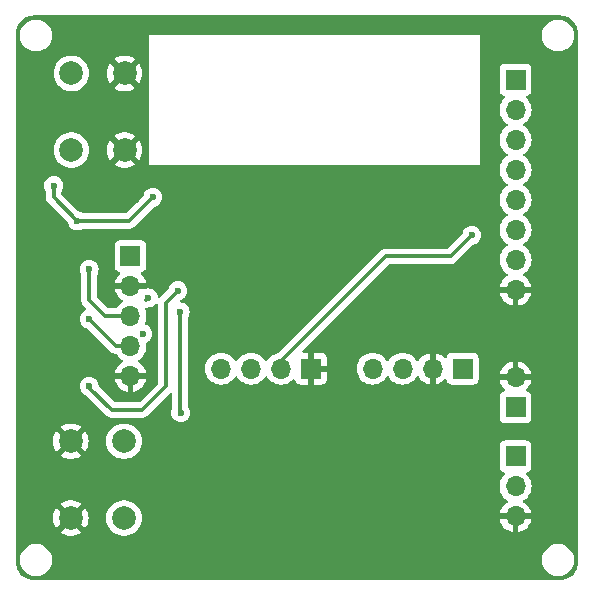
<source format=gbr>
%TF.GenerationSoftware,KiCad,Pcbnew,8.0.8*%
%TF.CreationDate,2025-04-21T18:24:13-04:00*%
%TF.ProjectId,ramen-v2,72616d65-6e2d-4763-922e-6b696361645f,rev?*%
%TF.SameCoordinates,Original*%
%TF.FileFunction,Copper,L2,Bot*%
%TF.FilePolarity,Positive*%
%FSLAX46Y46*%
G04 Gerber Fmt 4.6, Leading zero omitted, Abs format (unit mm)*
G04 Created by KiCad (PCBNEW 8.0.8) date 2025-04-21 18:24:13*
%MOMM*%
%LPD*%
G01*
G04 APERTURE LIST*
%TA.AperFunction,ComponentPad*%
%ADD10C,2.000000*%
%TD*%
%TA.AperFunction,ComponentPad*%
%ADD11R,1.700000X1.700000*%
%TD*%
%TA.AperFunction,ComponentPad*%
%ADD12O,1.700000X1.700000*%
%TD*%
%TA.AperFunction,HeatsinkPad*%
%ADD13C,0.600000*%
%TD*%
%TA.AperFunction,ViaPad*%
%ADD14C,0.600000*%
%TD*%
%TA.AperFunction,Conductor*%
%ADD15C,0.300000*%
%TD*%
G04 APERTURE END LIST*
D10*
%TO.P,SW1,1,1*%
%TO.N,GND*%
X128000000Y-69500000D03*
X128000000Y-76000000D03*
%TO.P,SW1,2,2*%
%TO.N,Net-(U1-EN)*%
X123500000Y-69500000D03*
X123500000Y-76000000D03*
%TD*%
D11*
%TO.P,J2,1,GND*%
%TO.N,GND*%
X143800000Y-94500000D03*
D12*
%TO.P,J2,2,3V*%
%TO.N,3V3Buck*%
X141260000Y-94500000D03*
%TO.P,J2,3,Vin*%
%TO.N,Net-(J2-Vin)*%
X138720000Y-94500000D03*
%TO.P,J2,4,En*%
%TO.N,unconnected-(J2-En-Pad4)*%
X136180000Y-94500000D03*
%TD*%
D11*
%TO.P,J4,1,load+*%
%TO.N,Net-(J4-load+)*%
X161100000Y-97775000D03*
D12*
%TO.P,J4,2,load-*%
%TO.N,GND*%
X161100000Y-95235000D03*
%TD*%
D11*
%TO.P,J3,1,Vin*%
%TO.N,Net-(J2-Vin)*%
X156620000Y-94500000D03*
D12*
%TO.P,J3,2,GND*%
%TO.N,GND*%
X154080000Y-94500000D03*
%TO.P,J3,3,5V*%
%TO.N,/5VBoost*%
X151540000Y-94500000D03*
%TO.P,J3,4,EN*%
%TO.N,unconnected-(J3-EN-Pad4)*%
X149000000Y-94500000D03*
%TD*%
D11*
%TO.P,J7,1,VDD*%
%TO.N,/5VBoost*%
X128500000Y-84960000D03*
D12*
%TO.P,J7,2,GND*%
%TO.N,GND*%
X128500000Y-87500000D03*
%TO.P,J7,3,SDA*%
%TO.N,/SDA*%
X128500000Y-90040000D03*
%TO.P,J7,4,SCL*%
%TO.N,/SCL*%
X128500000Y-92580000D03*
%TO.P,J7,5,SEL*%
%TO.N,GND*%
X128500000Y-95120000D03*
%TD*%
D11*
%TO.P,J6,1,Vin*%
%TO.N,Net-(J4-load+)*%
X161100000Y-101935000D03*
D12*
%TO.P,J6,2,Vout*%
%TO.N,Net-(J2-Vin)*%
X161100000Y-104475000D03*
%TO.P,J6,3,GND*%
%TO.N,GND*%
X161100000Y-107015000D03*
%TD*%
D11*
%TO.P,J5,1,CC2*%
%TO.N,unconnected-(J5-CC2-Pad1)*%
X161100000Y-70040000D03*
D12*
%TO.P,J5,2,SBU1*%
%TO.N,unconnected-(J5-SBU1-Pad2)*%
X161100000Y-72580000D03*
%TO.P,J5,3,D+*%
%TO.N,/D+*%
X161100000Y-75120000D03*
%TO.P,J5,4,D-*%
%TO.N,/D-*%
X161100000Y-77660000D03*
%TO.P,J5,5,CC1*%
%TO.N,unconnected-(J5-CC1-Pad5)*%
X161100000Y-80200000D03*
%TO.P,J5,6,SBU2*%
%TO.N,unconnected-(J5-SBU2-Pad6)*%
X161100000Y-82740000D03*
%TO.P,J5,7,VBUS*%
%TO.N,unconnected-(J5-VBUS-Pad7)*%
X161100000Y-85280000D03*
%TO.P,J5,8,GND*%
%TO.N,GND*%
X161100000Y-87820000D03*
%TD*%
D13*
%TO.P,U1,19,GND*%
%TO.N,GND*%
X143970000Y-84030000D03*
X143970000Y-85130000D03*
X144520000Y-83480000D03*
X144520000Y-84580000D03*
X144520000Y-85680000D03*
X145070000Y-84030000D03*
X145070000Y-85130000D03*
X145620000Y-83480000D03*
X145620000Y-84580000D03*
X145620000Y-85680000D03*
X146170000Y-84030000D03*
X146170000Y-85130000D03*
%TD*%
D10*
%TO.P,SW2,1,1*%
%TO.N,GND*%
X123450000Y-107150000D03*
X123450000Y-100650000D03*
%TO.P,SW2,2,2*%
%TO.N,Net-(U1-IO9)*%
X127950000Y-107150000D03*
X127950000Y-100650000D03*
%TD*%
D14*
%TO.N,3V3Buck*%
X157400000Y-83200000D03*
%TO.N,GND*%
X119900000Y-94000000D03*
X125100000Y-108200000D03*
X161100000Y-108700000D03*
X155100000Y-65300000D03*
X156500000Y-78600000D03*
X126500000Y-80300000D03*
X126900000Y-95100000D03*
X158300000Y-99900000D03*
X129300000Y-74700000D03*
X122100000Y-99400000D03*
X130100000Y-94300000D03*
X119900000Y-99300000D03*
X129500000Y-77100000D03*
X165700000Y-80200000D03*
X126500000Y-83200000D03*
X165500000Y-72800000D03*
X165700000Y-86700000D03*
X133800000Y-90400000D03*
X161100000Y-89500000D03*
X141000000Y-88700000D03*
X126500000Y-77100000D03*
X159500000Y-107000000D03*
X150200000Y-103800000D03*
X129200000Y-70700000D03*
X159400000Y-67100000D03*
X132000000Y-81400000D03*
X143800000Y-96100000D03*
X126800000Y-68300000D03*
X165700000Y-99100000D03*
X138400000Y-81600000D03*
X137900000Y-89800000D03*
X145400000Y-94500000D03*
X130300000Y-86600000D03*
X145300000Y-99800000D03*
X119800000Y-87400000D03*
X154100000Y-92900000D03*
X140000000Y-106600000D03*
X129000000Y-80200000D03*
X147800000Y-65300000D03*
X161800000Y-65200000D03*
X159500000Y-95200000D03*
X132000000Y-84600000D03*
X161100000Y-93700000D03*
X159500000Y-87800000D03*
X148100000Y-84900000D03*
X149600000Y-78600000D03*
X133400000Y-103300000D03*
X155100000Y-109400000D03*
X126200000Y-110600000D03*
X126800000Y-74700000D03*
X142900000Y-86600000D03*
X136200000Y-98200000D03*
X120000000Y-105800000D03*
X124200000Y-65500000D03*
X162600000Y-95200000D03*
X129000000Y-83200000D03*
X137700000Y-86600000D03*
X140200000Y-84300000D03*
X158000000Y-85900000D03*
X162700000Y-87800000D03*
X119900000Y-80600000D03*
X122100000Y-105800000D03*
X122200000Y-101900000D03*
X126900000Y-87500000D03*
X165700000Y-92400000D03*
X145500000Y-109500000D03*
X133500000Y-109400000D03*
X137900000Y-78700000D03*
X129200000Y-68300000D03*
X140200000Y-65300000D03*
X149900000Y-89300000D03*
X143000000Y-80300000D03*
X121900000Y-108200000D03*
X124700000Y-101900000D03*
X124700000Y-99400000D03*
X154100000Y-96100000D03*
X120000000Y-72500000D03*
X162700000Y-107000000D03*
X132400000Y-65400000D03*
X146400000Y-78800000D03*
X165700000Y-104900000D03*
X126800000Y-70700000D03*
X124700000Y-105800000D03*
X145400000Y-93100000D03*
X148000000Y-82100000D03*
%TO.N,Net-(U1-EN)*%
X124000000Y-82000000D03*
X122000000Y-79000000D03*
X130400000Y-80000000D03*
%TO.N,/SCL*%
X129540000Y-91540000D03*
X125000000Y-90300000D03*
%TO.N,/SDA*%
X125000000Y-86100000D03*
X130020000Y-88520000D03*
%TO.N,Net-(U1-IO8)*%
X125000000Y-96000000D03*
X132509620Y-87909620D03*
%TO.N,Net-(U1-IO9)*%
X132700000Y-89700000D03*
X132750000Y-98250000D03*
%TD*%
D15*
%TO.N,3V3Buck*%
X150100000Y-85000000D02*
X141260000Y-93840000D01*
X157400000Y-83200000D02*
X155600000Y-85000000D01*
X155600000Y-85000000D02*
X150100000Y-85000000D01*
X141260000Y-93840000D02*
X141260000Y-94500000D01*
%TO.N,Net-(U1-EN)*%
X122000000Y-79000000D02*
X122000000Y-80000000D01*
X128400000Y-82000000D02*
X130400000Y-80000000D01*
X124000000Y-82000000D02*
X128400000Y-82000000D01*
X122000000Y-80000000D02*
X124000000Y-82000000D01*
%TO.N,/SCL*%
X129500000Y-91500000D02*
X129540000Y-91540000D01*
X127280000Y-92580000D02*
X125000000Y-90300000D01*
X128500000Y-92580000D02*
X127280000Y-92580000D01*
%TO.N,/SDA*%
X129840000Y-88700000D02*
X130020000Y-88520000D01*
X125000000Y-86100000D02*
X125000000Y-88700000D01*
X125000000Y-88700000D02*
X126340000Y-90040000D01*
X126340000Y-90040000D02*
X128500000Y-90040000D01*
%TO.N,Net-(U1-IO8)*%
X131500000Y-88919240D02*
X131500000Y-96000000D01*
X129500000Y-98000000D02*
X126900000Y-98000000D01*
X125000000Y-96100000D02*
X125000000Y-96000000D01*
X132509620Y-87909620D02*
X131500000Y-88919240D01*
X126900000Y-98000000D02*
X125000000Y-96100000D01*
X131500000Y-96000000D02*
X129500000Y-98000000D01*
%TO.N,Net-(U1-IO9)*%
X132700000Y-98200000D02*
X132750000Y-98250000D01*
X132700000Y-89700000D02*
X132700000Y-98200000D01*
%TD*%
%TA.AperFunction,Conductor*%
%TO.N,GND*%
G36*
X164904418Y-64600816D02*
G01*
X165104561Y-64615130D01*
X165122063Y-64617647D01*
X165313797Y-64659355D01*
X165330755Y-64664334D01*
X165514609Y-64732909D01*
X165530701Y-64740259D01*
X165702904Y-64834288D01*
X165717784Y-64843849D01*
X165874867Y-64961441D01*
X165888237Y-64973027D01*
X166026972Y-65111762D01*
X166038558Y-65125132D01*
X166156146Y-65282210D01*
X166165711Y-65297095D01*
X166259740Y-65469298D01*
X166267090Y-65485390D01*
X166335662Y-65669236D01*
X166340646Y-65686212D01*
X166382351Y-65877931D01*
X166384869Y-65895442D01*
X166399184Y-66095580D01*
X166399500Y-66104427D01*
X166399500Y-110895572D01*
X166399184Y-110904419D01*
X166384869Y-111104557D01*
X166382351Y-111122068D01*
X166340646Y-111313787D01*
X166335662Y-111330763D01*
X166267090Y-111514609D01*
X166259740Y-111530701D01*
X166165711Y-111702904D01*
X166156146Y-111717789D01*
X166038558Y-111874867D01*
X166026972Y-111888237D01*
X165888237Y-112026972D01*
X165874867Y-112038558D01*
X165717789Y-112156146D01*
X165702904Y-112165711D01*
X165530701Y-112259740D01*
X165514609Y-112267090D01*
X165330763Y-112335662D01*
X165313787Y-112340646D01*
X165122068Y-112382351D01*
X165104557Y-112384869D01*
X164923779Y-112397799D01*
X164904417Y-112399184D01*
X164895572Y-112399500D01*
X120304428Y-112399500D01*
X120295582Y-112399184D01*
X120273622Y-112397613D01*
X120095442Y-112384869D01*
X120077931Y-112382351D01*
X119886212Y-112340646D01*
X119869236Y-112335662D01*
X119685390Y-112267090D01*
X119669298Y-112259740D01*
X119497095Y-112165711D01*
X119482210Y-112156146D01*
X119325132Y-112038558D01*
X119311762Y-112026972D01*
X119173027Y-111888237D01*
X119161441Y-111874867D01*
X119053072Y-111730104D01*
X119043849Y-111717784D01*
X119034288Y-111702904D01*
X118940259Y-111530701D01*
X118932909Y-111514609D01*
X118864334Y-111330755D01*
X118859355Y-111313797D01*
X118817647Y-111122063D01*
X118815130Y-111104556D01*
X118800816Y-110904418D01*
X118800500Y-110895572D01*
X118800500Y-110593713D01*
X119149500Y-110593713D01*
X119149500Y-110806287D01*
X119159534Y-110869644D01*
X119182753Y-111016239D01*
X119248444Y-111218414D01*
X119344951Y-111407820D01*
X119469890Y-111579786D01*
X119620213Y-111730109D01*
X119792179Y-111855048D01*
X119792181Y-111855049D01*
X119792184Y-111855051D01*
X119981588Y-111951557D01*
X120183757Y-112017246D01*
X120393713Y-112050500D01*
X120393714Y-112050500D01*
X120606286Y-112050500D01*
X120606287Y-112050500D01*
X120816243Y-112017246D01*
X121018412Y-111951557D01*
X121207816Y-111855051D01*
X121229789Y-111839086D01*
X121379786Y-111730109D01*
X121379788Y-111730106D01*
X121379792Y-111730104D01*
X121530104Y-111579792D01*
X121530106Y-111579788D01*
X121530109Y-111579786D01*
X121655048Y-111407820D01*
X121655047Y-111407820D01*
X121655051Y-111407816D01*
X121751557Y-111218412D01*
X121817246Y-111016243D01*
X121850500Y-110806287D01*
X121850500Y-110593713D01*
X163349500Y-110593713D01*
X163349500Y-110806287D01*
X163359534Y-110869644D01*
X163382753Y-111016239D01*
X163448444Y-111218414D01*
X163544951Y-111407820D01*
X163669890Y-111579786D01*
X163820213Y-111730109D01*
X163992179Y-111855048D01*
X163992181Y-111855049D01*
X163992184Y-111855051D01*
X164181588Y-111951557D01*
X164383757Y-112017246D01*
X164593713Y-112050500D01*
X164593714Y-112050500D01*
X164806286Y-112050500D01*
X164806287Y-112050500D01*
X165016243Y-112017246D01*
X165218412Y-111951557D01*
X165407816Y-111855051D01*
X165429789Y-111839086D01*
X165579786Y-111730109D01*
X165579788Y-111730106D01*
X165579792Y-111730104D01*
X165730104Y-111579792D01*
X165730106Y-111579788D01*
X165730109Y-111579786D01*
X165855048Y-111407820D01*
X165855047Y-111407820D01*
X165855051Y-111407816D01*
X165951557Y-111218412D01*
X166017246Y-111016243D01*
X166050500Y-110806287D01*
X166050500Y-110593713D01*
X166017246Y-110383757D01*
X165951557Y-110181588D01*
X165855051Y-109992184D01*
X165855049Y-109992181D01*
X165855048Y-109992179D01*
X165730109Y-109820213D01*
X165579786Y-109669890D01*
X165407820Y-109544951D01*
X165218414Y-109448444D01*
X165218413Y-109448443D01*
X165218412Y-109448443D01*
X165016243Y-109382754D01*
X165016241Y-109382753D01*
X165016240Y-109382753D01*
X164854957Y-109357208D01*
X164806287Y-109349500D01*
X164593713Y-109349500D01*
X164545042Y-109357208D01*
X164383760Y-109382753D01*
X164181585Y-109448444D01*
X163992179Y-109544951D01*
X163820213Y-109669890D01*
X163669890Y-109820213D01*
X163544951Y-109992179D01*
X163448444Y-110181585D01*
X163382753Y-110383760D01*
X163349500Y-110593713D01*
X121850500Y-110593713D01*
X121817246Y-110383757D01*
X121751557Y-110181588D01*
X121655051Y-109992184D01*
X121655049Y-109992181D01*
X121655048Y-109992179D01*
X121530109Y-109820213D01*
X121379786Y-109669890D01*
X121207820Y-109544951D01*
X121018414Y-109448444D01*
X121018413Y-109448443D01*
X121018412Y-109448443D01*
X120816243Y-109382754D01*
X120816241Y-109382753D01*
X120816240Y-109382753D01*
X120654957Y-109357208D01*
X120606287Y-109349500D01*
X120393713Y-109349500D01*
X120345042Y-109357208D01*
X120183760Y-109382753D01*
X119981585Y-109448444D01*
X119792179Y-109544951D01*
X119620213Y-109669890D01*
X119469890Y-109820213D01*
X119344951Y-109992179D01*
X119248444Y-110181585D01*
X119182753Y-110383760D01*
X119149500Y-110593713D01*
X118800500Y-110593713D01*
X118800500Y-107149994D01*
X121944859Y-107149994D01*
X121944859Y-107150005D01*
X121965385Y-107397729D01*
X121965387Y-107397738D01*
X122026412Y-107638717D01*
X122126267Y-107866367D01*
X122226562Y-108019881D01*
X122926212Y-107320233D01*
X122937482Y-107362292D01*
X123009890Y-107487708D01*
X123112292Y-107590110D01*
X123237708Y-107662518D01*
X123279766Y-107673787D01*
X122579943Y-108373609D01*
X122626768Y-108410055D01*
X122626771Y-108410057D01*
X122845385Y-108528364D01*
X122845396Y-108528369D01*
X123080506Y-108609083D01*
X123325707Y-108650000D01*
X123574293Y-108650000D01*
X123819493Y-108609083D01*
X124054603Y-108528369D01*
X124054614Y-108528364D01*
X124273230Y-108410056D01*
X124273236Y-108410051D01*
X124320055Y-108373610D01*
X124320056Y-108373609D01*
X123620233Y-107673787D01*
X123662292Y-107662518D01*
X123787708Y-107590110D01*
X123890110Y-107487708D01*
X123962518Y-107362292D01*
X123973787Y-107320234D01*
X124673435Y-108019882D01*
X124773733Y-107866364D01*
X124873587Y-107638717D01*
X124934612Y-107397738D01*
X124934614Y-107397729D01*
X124955141Y-107150005D01*
X124955141Y-107149994D01*
X126444357Y-107149994D01*
X126444357Y-107150005D01*
X126464890Y-107397812D01*
X126464892Y-107397824D01*
X126525936Y-107638881D01*
X126625826Y-107866606D01*
X126761833Y-108074782D01*
X126761836Y-108074785D01*
X126930256Y-108257738D01*
X127126491Y-108410474D01*
X127126493Y-108410475D01*
X127344332Y-108528364D01*
X127345190Y-108528828D01*
X127564141Y-108603994D01*
X127578964Y-108609083D01*
X127580386Y-108609571D01*
X127825665Y-108650500D01*
X128074335Y-108650500D01*
X128319614Y-108609571D01*
X128554810Y-108528828D01*
X128773509Y-108410474D01*
X128969744Y-108257738D01*
X129138164Y-108074785D01*
X129274173Y-107866607D01*
X129374063Y-107638881D01*
X129435108Y-107397821D01*
X129455643Y-107150000D01*
X129449911Y-107080826D01*
X129435109Y-106902187D01*
X129435107Y-106902175D01*
X129374063Y-106661118D01*
X129274173Y-106433393D01*
X129138166Y-106225217D01*
X129063332Y-106143926D01*
X128969744Y-106042262D01*
X128773509Y-105889526D01*
X128773507Y-105889525D01*
X128773506Y-105889524D01*
X128554811Y-105771172D01*
X128554802Y-105771169D01*
X128319616Y-105690429D01*
X128074335Y-105649500D01*
X127825665Y-105649500D01*
X127580383Y-105690429D01*
X127345197Y-105771169D01*
X127345188Y-105771172D01*
X127126493Y-105889524D01*
X126930257Y-106042261D01*
X126761833Y-106225217D01*
X126625826Y-106433393D01*
X126525936Y-106661118D01*
X126464892Y-106902175D01*
X126464890Y-106902187D01*
X126444357Y-107149994D01*
X124955141Y-107149994D01*
X124934614Y-106902270D01*
X124934612Y-106902261D01*
X124873587Y-106661282D01*
X124773732Y-106433632D01*
X124673435Y-106280116D01*
X123973787Y-106979765D01*
X123962518Y-106937708D01*
X123890110Y-106812292D01*
X123787708Y-106709890D01*
X123662292Y-106637482D01*
X123620233Y-106626212D01*
X124320055Y-105926389D01*
X124320055Y-105926388D01*
X124273236Y-105889947D01*
X124273231Y-105889944D01*
X124054614Y-105771635D01*
X124054603Y-105771630D01*
X123819493Y-105690916D01*
X123574293Y-105650000D01*
X123325707Y-105650000D01*
X123080506Y-105690916D01*
X122845396Y-105771630D01*
X122845385Y-105771635D01*
X122626770Y-105889943D01*
X122579943Y-105926389D01*
X123279766Y-106626212D01*
X123237708Y-106637482D01*
X123112292Y-106709890D01*
X123009890Y-106812292D01*
X122937482Y-106937708D01*
X122926212Y-106979766D01*
X122226563Y-106280117D01*
X122126267Y-106433633D01*
X122126265Y-106433637D01*
X122026412Y-106661282D01*
X121965387Y-106902261D01*
X121965385Y-106902270D01*
X121944859Y-107149994D01*
X118800500Y-107149994D01*
X118800500Y-104474999D01*
X159744341Y-104474999D01*
X159744341Y-104475000D01*
X159764936Y-104710403D01*
X159764938Y-104710413D01*
X159826094Y-104938655D01*
X159826096Y-104938659D01*
X159826097Y-104938663D01*
X159925965Y-105152830D01*
X159925967Y-105152834D01*
X160061501Y-105346395D01*
X160061506Y-105346402D01*
X160228597Y-105513493D01*
X160228603Y-105513498D01*
X160414594Y-105643730D01*
X160458219Y-105698307D01*
X160465413Y-105767805D01*
X160433890Y-105830160D01*
X160414595Y-105846880D01*
X160228922Y-105976890D01*
X160228920Y-105976891D01*
X160061891Y-106143920D01*
X160061886Y-106143926D01*
X159926400Y-106337420D01*
X159926399Y-106337422D01*
X159826570Y-106551507D01*
X159826567Y-106551513D01*
X159769364Y-106764999D01*
X159769364Y-106765000D01*
X160666988Y-106765000D01*
X160634075Y-106822007D01*
X160600000Y-106949174D01*
X160600000Y-107080826D01*
X160634075Y-107207993D01*
X160666988Y-107265000D01*
X159769364Y-107265000D01*
X159826567Y-107478486D01*
X159826570Y-107478492D01*
X159926399Y-107692578D01*
X160061894Y-107886082D01*
X160228917Y-108053105D01*
X160422421Y-108188600D01*
X160636507Y-108288429D01*
X160636516Y-108288433D01*
X160850000Y-108345634D01*
X160850000Y-107448012D01*
X160907007Y-107480925D01*
X161034174Y-107515000D01*
X161165826Y-107515000D01*
X161292993Y-107480925D01*
X161350000Y-107448012D01*
X161350000Y-108345633D01*
X161563483Y-108288433D01*
X161563492Y-108288429D01*
X161777578Y-108188600D01*
X161971082Y-108053105D01*
X162138105Y-107886082D01*
X162273600Y-107692578D01*
X162373429Y-107478492D01*
X162373432Y-107478486D01*
X162430636Y-107265000D01*
X161533012Y-107265000D01*
X161565925Y-107207993D01*
X161600000Y-107080826D01*
X161600000Y-106949174D01*
X161565925Y-106822007D01*
X161533012Y-106765000D01*
X162430636Y-106765000D01*
X162430635Y-106764999D01*
X162373432Y-106551513D01*
X162373429Y-106551507D01*
X162273600Y-106337422D01*
X162273599Y-106337420D01*
X162138113Y-106143926D01*
X162138108Y-106143920D01*
X161971078Y-105976890D01*
X161785405Y-105846879D01*
X161741780Y-105792302D01*
X161734588Y-105722804D01*
X161766110Y-105660449D01*
X161785406Y-105643730D01*
X161971401Y-105513495D01*
X162138495Y-105346401D01*
X162274035Y-105152830D01*
X162373903Y-104938663D01*
X162435063Y-104710408D01*
X162455659Y-104475000D01*
X162435063Y-104239592D01*
X162373903Y-104011337D01*
X162274035Y-103797171D01*
X162138495Y-103603599D01*
X162016567Y-103481671D01*
X161983084Y-103420351D01*
X161988068Y-103350659D01*
X162029939Y-103294725D01*
X162060915Y-103277810D01*
X162192331Y-103228796D01*
X162307546Y-103142546D01*
X162393796Y-103027331D01*
X162444091Y-102892483D01*
X162450500Y-102832873D01*
X162450499Y-101037128D01*
X162444091Y-100977517D01*
X162414367Y-100897824D01*
X162393797Y-100842671D01*
X162393793Y-100842664D01*
X162307547Y-100727455D01*
X162307544Y-100727452D01*
X162192335Y-100641206D01*
X162192328Y-100641202D01*
X162057482Y-100590908D01*
X162057483Y-100590908D01*
X161997883Y-100584501D01*
X161997881Y-100584500D01*
X161997873Y-100584500D01*
X161997864Y-100584500D01*
X160202129Y-100584500D01*
X160202123Y-100584501D01*
X160142516Y-100590908D01*
X160007671Y-100641202D01*
X160007664Y-100641206D01*
X159892455Y-100727452D01*
X159892452Y-100727455D01*
X159806206Y-100842664D01*
X159806202Y-100842671D01*
X159755908Y-100977517D01*
X159749501Y-101037116D01*
X159749501Y-101037123D01*
X159749500Y-101037135D01*
X159749500Y-102832870D01*
X159749501Y-102832876D01*
X159755908Y-102892483D01*
X159806202Y-103027328D01*
X159806206Y-103027335D01*
X159892452Y-103142544D01*
X159892455Y-103142547D01*
X160007664Y-103228793D01*
X160007671Y-103228797D01*
X160139081Y-103277810D01*
X160195015Y-103319681D01*
X160219432Y-103385145D01*
X160204580Y-103453418D01*
X160183430Y-103481673D01*
X160061503Y-103603600D01*
X159925965Y-103797169D01*
X159925964Y-103797171D01*
X159826098Y-104011335D01*
X159826094Y-104011344D01*
X159764938Y-104239586D01*
X159764936Y-104239596D01*
X159744341Y-104474999D01*
X118800500Y-104474999D01*
X118800500Y-100649994D01*
X121944859Y-100649994D01*
X121944859Y-100650005D01*
X121965385Y-100897729D01*
X121965387Y-100897738D01*
X122026412Y-101138717D01*
X122126267Y-101366367D01*
X122226562Y-101519881D01*
X122926212Y-100820233D01*
X122937482Y-100862292D01*
X123009890Y-100987708D01*
X123112292Y-101090110D01*
X123237708Y-101162518D01*
X123279766Y-101173787D01*
X122579943Y-101873609D01*
X122626768Y-101910055D01*
X122626771Y-101910057D01*
X122845385Y-102028364D01*
X122845396Y-102028369D01*
X123080506Y-102109083D01*
X123325707Y-102150000D01*
X123574293Y-102150000D01*
X123819493Y-102109083D01*
X124054603Y-102028369D01*
X124054614Y-102028364D01*
X124273230Y-101910056D01*
X124273236Y-101910051D01*
X124320055Y-101873610D01*
X124320056Y-101873609D01*
X123620233Y-101173787D01*
X123662292Y-101162518D01*
X123787708Y-101090110D01*
X123890110Y-100987708D01*
X123962518Y-100862292D01*
X123973787Y-100820234D01*
X124673435Y-101519882D01*
X124773733Y-101366364D01*
X124873587Y-101138717D01*
X124934612Y-100897738D01*
X124934614Y-100897729D01*
X124955141Y-100650005D01*
X124955141Y-100649994D01*
X126444357Y-100649994D01*
X126444357Y-100650005D01*
X126464890Y-100897812D01*
X126464892Y-100897824D01*
X126525936Y-101138881D01*
X126625826Y-101366606D01*
X126761833Y-101574782D01*
X126761836Y-101574785D01*
X126930256Y-101757738D01*
X127126491Y-101910474D01*
X127126493Y-101910475D01*
X127344332Y-102028364D01*
X127345190Y-102028828D01*
X127564141Y-102103994D01*
X127578964Y-102109083D01*
X127580386Y-102109571D01*
X127825665Y-102150500D01*
X128074335Y-102150500D01*
X128319614Y-102109571D01*
X128554810Y-102028828D01*
X128773509Y-101910474D01*
X128969744Y-101757738D01*
X129138164Y-101574785D01*
X129274173Y-101366607D01*
X129374063Y-101138881D01*
X129435108Y-100897821D01*
X129439678Y-100842669D01*
X129455643Y-100650005D01*
X129455643Y-100649994D01*
X129435109Y-100402187D01*
X129435107Y-100402175D01*
X129374063Y-100161118D01*
X129274173Y-99933393D01*
X129138166Y-99725217D01*
X129116557Y-99701744D01*
X128969744Y-99542262D01*
X128773509Y-99389526D01*
X128773507Y-99389525D01*
X128773506Y-99389524D01*
X128554811Y-99271172D01*
X128554802Y-99271169D01*
X128319616Y-99190429D01*
X128074335Y-99149500D01*
X127825665Y-99149500D01*
X127580383Y-99190429D01*
X127345197Y-99271169D01*
X127345188Y-99271172D01*
X127126493Y-99389524D01*
X126930257Y-99542261D01*
X126761833Y-99725217D01*
X126625826Y-99933393D01*
X126525936Y-100161118D01*
X126464892Y-100402175D01*
X126464890Y-100402187D01*
X126444357Y-100649994D01*
X124955141Y-100649994D01*
X124934614Y-100402270D01*
X124934612Y-100402261D01*
X124873587Y-100161282D01*
X124773732Y-99933632D01*
X124673435Y-99780116D01*
X123973787Y-100479765D01*
X123962518Y-100437708D01*
X123890110Y-100312292D01*
X123787708Y-100209890D01*
X123662292Y-100137482D01*
X123620233Y-100126212D01*
X124320055Y-99426389D01*
X124320055Y-99426388D01*
X124273236Y-99389947D01*
X124273231Y-99389944D01*
X124054614Y-99271635D01*
X124054603Y-99271630D01*
X123819493Y-99190916D01*
X123574293Y-99150000D01*
X123325707Y-99150000D01*
X123080506Y-99190916D01*
X122845396Y-99271630D01*
X122845385Y-99271635D01*
X122626770Y-99389943D01*
X122579943Y-99426389D01*
X123279766Y-100126212D01*
X123237708Y-100137482D01*
X123112292Y-100209890D01*
X123009890Y-100312292D01*
X122937482Y-100437708D01*
X122926212Y-100479766D01*
X122226563Y-99780117D01*
X122126267Y-99933633D01*
X122126265Y-99933637D01*
X122026412Y-100161282D01*
X121965387Y-100402261D01*
X121965385Y-100402270D01*
X121944859Y-100649994D01*
X118800500Y-100649994D01*
X118800500Y-86099996D01*
X124194435Y-86099996D01*
X124194435Y-86100003D01*
X124214630Y-86279249D01*
X124214631Y-86279254D01*
X124274211Y-86449524D01*
X124330493Y-86539094D01*
X124349500Y-86605067D01*
X124349500Y-88764069D01*
X124349500Y-88764071D01*
X124349499Y-88764071D01*
X124374497Y-88889738D01*
X124374499Y-88889744D01*
X124423534Y-89008125D01*
X124494726Y-89114673D01*
X124494727Y-89114674D01*
X124735975Y-89355921D01*
X124769460Y-89417244D01*
X124764476Y-89486935D01*
X124722605Y-89542869D01*
X124689250Y-89560643D01*
X124650479Y-89574209D01*
X124497737Y-89670184D01*
X124370184Y-89797737D01*
X124274211Y-89950476D01*
X124214631Y-90120745D01*
X124214630Y-90120750D01*
X124194435Y-90299996D01*
X124194435Y-90300003D01*
X124214630Y-90479249D01*
X124214631Y-90479254D01*
X124274211Y-90649523D01*
X124340256Y-90754632D01*
X124370184Y-90802262D01*
X124497738Y-90929816D01*
X124650478Y-91025789D01*
X124820745Y-91085368D01*
X124827974Y-91086182D01*
X124892388Y-91113246D01*
X124901776Y-91121722D01*
X126865325Y-93085272D01*
X126865332Y-93085278D01*
X126971041Y-93155910D01*
X126971051Y-93155916D01*
X126971871Y-93156464D01*
X126971872Y-93156464D01*
X126971873Y-93156465D01*
X127090256Y-93205501D01*
X127090260Y-93205501D01*
X127090261Y-93205502D01*
X127215928Y-93230500D01*
X127215931Y-93230500D01*
X127242278Y-93230500D01*
X127309317Y-93250185D01*
X127343853Y-93283377D01*
X127461501Y-93451396D01*
X127461506Y-93451402D01*
X127628597Y-93618493D01*
X127628603Y-93618498D01*
X127814594Y-93748730D01*
X127858219Y-93803307D01*
X127865413Y-93872805D01*
X127833890Y-93935160D01*
X127814595Y-93951880D01*
X127628922Y-94081890D01*
X127628920Y-94081891D01*
X127461891Y-94248920D01*
X127461886Y-94248926D01*
X127326400Y-94442420D01*
X127326399Y-94442422D01*
X127226570Y-94656507D01*
X127226567Y-94656513D01*
X127169364Y-94869999D01*
X127169364Y-94870000D01*
X128066988Y-94870000D01*
X128034075Y-94927007D01*
X128000000Y-95054174D01*
X128000000Y-95185826D01*
X128034075Y-95312993D01*
X128066988Y-95370000D01*
X127169364Y-95370000D01*
X127226567Y-95583486D01*
X127226570Y-95583492D01*
X127326399Y-95797578D01*
X127461894Y-95991082D01*
X127628917Y-96158105D01*
X127822421Y-96293600D01*
X128036507Y-96393429D01*
X128036516Y-96393433D01*
X128250000Y-96450634D01*
X128250000Y-95553012D01*
X128307007Y-95585925D01*
X128434174Y-95620000D01*
X128565826Y-95620000D01*
X128692993Y-95585925D01*
X128750000Y-95553012D01*
X128750000Y-96450633D01*
X128963483Y-96393433D01*
X128963492Y-96393429D01*
X129177578Y-96293600D01*
X129371082Y-96158105D01*
X129538105Y-95991082D01*
X129673600Y-95797578D01*
X129773429Y-95583492D01*
X129773432Y-95583486D01*
X129830636Y-95370000D01*
X128933012Y-95370000D01*
X128965925Y-95312993D01*
X129000000Y-95185826D01*
X129000000Y-95054174D01*
X128965925Y-94927007D01*
X128933012Y-94870000D01*
X129830636Y-94870000D01*
X129830635Y-94869999D01*
X129773432Y-94656513D01*
X129773429Y-94656507D01*
X129673600Y-94442422D01*
X129673599Y-94442420D01*
X129538113Y-94248926D01*
X129538108Y-94248920D01*
X129371078Y-94081890D01*
X129185405Y-93951879D01*
X129141780Y-93897302D01*
X129134588Y-93827804D01*
X129166110Y-93765449D01*
X129185406Y-93748730D01*
X129278977Y-93683211D01*
X129371401Y-93618495D01*
X129538495Y-93451401D01*
X129674035Y-93257830D01*
X129773903Y-93043663D01*
X129835063Y-92815408D01*
X129855659Y-92580000D01*
X129837969Y-92377814D01*
X129851735Y-92309318D01*
X129895522Y-92262018D01*
X130042262Y-92169816D01*
X130169816Y-92042262D01*
X130265789Y-91889522D01*
X130325368Y-91719255D01*
X130325369Y-91719249D01*
X130345565Y-91540003D01*
X130345565Y-91539996D01*
X130325369Y-91360750D01*
X130325368Y-91360745D01*
X130315485Y-91332500D01*
X130265789Y-91190478D01*
X130169816Y-91037738D01*
X130042262Y-90910184D01*
X130029525Y-90902181D01*
X129889523Y-90814211D01*
X129794962Y-90781123D01*
X129738186Y-90740401D01*
X129712439Y-90675448D01*
X129723534Y-90611677D01*
X129773903Y-90503663D01*
X129835063Y-90275408D01*
X129855659Y-90040000D01*
X129835063Y-89804592D01*
X129773903Y-89576337D01*
X129766585Y-89560643D01*
X129750852Y-89526903D01*
X129740360Y-89457826D01*
X129768880Y-89394042D01*
X129827357Y-89355803D01*
X129863234Y-89350499D01*
X129904070Y-89350499D01*
X129904070Y-89350498D01*
X130029744Y-89325501D01*
X130029743Y-89325501D01*
X130035727Y-89324311D01*
X130035820Y-89324780D01*
X130046438Y-89322585D01*
X130092570Y-89317387D01*
X130199249Y-89305369D01*
X130199252Y-89305368D01*
X130199255Y-89305368D01*
X130369522Y-89245789D01*
X130522262Y-89149816D01*
X130637819Y-89034259D01*
X130699142Y-89000774D01*
X130768834Y-89005758D01*
X130824767Y-89047630D01*
X130849184Y-89113094D01*
X130849500Y-89121940D01*
X130849500Y-95679192D01*
X130829815Y-95746231D01*
X130813181Y-95766873D01*
X129266873Y-97313181D01*
X129205550Y-97346666D01*
X129179192Y-97349500D01*
X127220808Y-97349500D01*
X127153769Y-97329815D01*
X127133127Y-97313181D01*
X125834419Y-96014473D01*
X125800934Y-95953150D01*
X125798880Y-95940674D01*
X125785369Y-95820750D01*
X125785368Y-95820745D01*
X125725789Y-95650478D01*
X125706638Y-95620000D01*
X125629815Y-95497737D01*
X125502262Y-95370184D01*
X125349523Y-95274211D01*
X125179254Y-95214631D01*
X125179249Y-95214630D01*
X125000004Y-95194435D01*
X124999996Y-95194435D01*
X124820750Y-95214630D01*
X124820745Y-95214631D01*
X124650476Y-95274211D01*
X124497737Y-95370184D01*
X124370184Y-95497737D01*
X124274211Y-95650476D01*
X124214631Y-95820745D01*
X124214630Y-95820750D01*
X124194435Y-95999996D01*
X124194435Y-96000003D01*
X124214630Y-96179249D01*
X124214631Y-96179254D01*
X124274211Y-96349523D01*
X124337743Y-96450633D01*
X124370184Y-96502262D01*
X124497738Y-96629816D01*
X124547307Y-96660962D01*
X124650477Y-96725789D01*
X124688996Y-96739266D01*
X124708928Y-96746241D01*
X124755656Y-96775602D01*
X126485325Y-98505272D01*
X126485328Y-98505275D01*
X126559035Y-98554524D01*
X126559034Y-98554524D01*
X126583690Y-98570997D01*
X126591873Y-98576465D01*
X126710256Y-98625501D01*
X126710260Y-98625501D01*
X126710261Y-98625502D01*
X126835928Y-98650500D01*
X126835931Y-98650500D01*
X129564071Y-98650500D01*
X129648615Y-98633682D01*
X129689744Y-98625501D01*
X129808127Y-98576465D01*
X129840966Y-98554523D01*
X129914669Y-98505277D01*
X130752359Y-97667587D01*
X131837819Y-96582127D01*
X131899142Y-96548642D01*
X131968834Y-96553626D01*
X132024767Y-96595498D01*
X132049184Y-96660962D01*
X132049500Y-96669808D01*
X132049500Y-97824507D01*
X132030494Y-97890478D01*
X132024209Y-97900479D01*
X131964633Y-98070737D01*
X131964630Y-98070750D01*
X131944435Y-98249996D01*
X131944435Y-98250003D01*
X131964630Y-98429249D01*
X131964631Y-98429254D01*
X132024211Y-98599523D01*
X132107755Y-98732482D01*
X132120184Y-98752262D01*
X132247738Y-98879816D01*
X132400478Y-98975789D01*
X132570745Y-99035368D01*
X132570750Y-99035369D01*
X132749996Y-99055565D01*
X132750000Y-99055565D01*
X132750004Y-99055565D01*
X132929249Y-99035369D01*
X132929252Y-99035368D01*
X132929255Y-99035368D01*
X133099522Y-98975789D01*
X133252262Y-98879816D01*
X133379816Y-98752262D01*
X133475789Y-98599522D01*
X133535368Y-98429255D01*
X133555565Y-98250000D01*
X133535368Y-98070745D01*
X133475789Y-97900478D01*
X133450499Y-97860230D01*
X133379813Y-97747734D01*
X133377550Y-97744896D01*
X133376659Y-97742715D01*
X133376111Y-97741842D01*
X133376264Y-97741745D01*
X133351144Y-97680209D01*
X133350500Y-97667587D01*
X133350500Y-96877135D01*
X159749500Y-96877135D01*
X159749500Y-98672870D01*
X159749501Y-98672876D01*
X159755908Y-98732483D01*
X159806202Y-98867328D01*
X159806206Y-98867335D01*
X159892452Y-98982544D01*
X159892455Y-98982547D01*
X160007664Y-99068793D01*
X160007671Y-99068797D01*
X160142517Y-99119091D01*
X160142516Y-99119091D01*
X160149444Y-99119835D01*
X160202127Y-99125500D01*
X161997872Y-99125499D01*
X162057483Y-99119091D01*
X162192331Y-99068796D01*
X162307546Y-98982546D01*
X162393796Y-98867331D01*
X162444091Y-98732483D01*
X162450500Y-98672873D01*
X162450499Y-96877128D01*
X162444091Y-96817517D01*
X162420993Y-96755589D01*
X162393797Y-96682671D01*
X162393793Y-96682664D01*
X162307547Y-96567455D01*
X162307544Y-96567452D01*
X162192335Y-96481206D01*
X162192328Y-96481202D01*
X162060401Y-96431997D01*
X162004467Y-96390126D01*
X161980050Y-96324662D01*
X161994902Y-96256389D01*
X162016053Y-96228133D01*
X162138108Y-96106078D01*
X162273600Y-95912578D01*
X162373429Y-95698492D01*
X162373432Y-95698486D01*
X162430636Y-95485000D01*
X161533012Y-95485000D01*
X161565925Y-95427993D01*
X161600000Y-95300826D01*
X161600000Y-95169174D01*
X161565925Y-95042007D01*
X161533012Y-94985000D01*
X162430636Y-94985000D01*
X162430635Y-94984999D01*
X162373432Y-94771513D01*
X162373429Y-94771507D01*
X162273600Y-94557422D01*
X162273599Y-94557420D01*
X162138113Y-94363926D01*
X162138108Y-94363920D01*
X161971082Y-94196894D01*
X161777578Y-94061399D01*
X161563492Y-93961570D01*
X161563486Y-93961567D01*
X161350000Y-93904364D01*
X161350000Y-94801988D01*
X161292993Y-94769075D01*
X161165826Y-94735000D01*
X161034174Y-94735000D01*
X160907007Y-94769075D01*
X160850000Y-94801988D01*
X160850000Y-93904364D01*
X160849999Y-93904364D01*
X160636513Y-93961567D01*
X160636507Y-93961570D01*
X160422422Y-94061399D01*
X160422420Y-94061400D01*
X160228926Y-94196886D01*
X160228920Y-94196891D01*
X160061891Y-94363920D01*
X160061886Y-94363926D01*
X159926400Y-94557420D01*
X159926399Y-94557422D01*
X159826570Y-94771507D01*
X159826567Y-94771513D01*
X159769364Y-94984999D01*
X159769364Y-94985000D01*
X160666988Y-94985000D01*
X160634075Y-95042007D01*
X160600000Y-95169174D01*
X160600000Y-95300826D01*
X160634075Y-95427993D01*
X160666988Y-95485000D01*
X159769364Y-95485000D01*
X159826567Y-95698486D01*
X159826570Y-95698492D01*
X159926399Y-95912578D01*
X160061894Y-96106082D01*
X160183946Y-96228134D01*
X160217431Y-96289457D01*
X160212447Y-96359149D01*
X160170575Y-96415082D01*
X160139598Y-96431997D01*
X160007671Y-96481202D01*
X160007664Y-96481206D01*
X159892455Y-96567452D01*
X159892452Y-96567455D01*
X159806206Y-96682664D01*
X159806202Y-96682671D01*
X159755908Y-96817517D01*
X159749501Y-96877116D01*
X159749501Y-96877123D01*
X159749500Y-96877135D01*
X133350500Y-96877135D01*
X133350500Y-94499999D01*
X134824341Y-94499999D01*
X134824341Y-94500000D01*
X134844936Y-94735403D01*
X134844938Y-94735413D01*
X134906094Y-94963655D01*
X134906096Y-94963659D01*
X134906097Y-94963663D01*
X134986004Y-95135023D01*
X135005965Y-95177830D01*
X135005967Y-95177834D01*
X135092088Y-95300826D01*
X135141505Y-95371401D01*
X135308599Y-95538495D01*
X135405384Y-95606265D01*
X135502165Y-95674032D01*
X135502167Y-95674033D01*
X135502170Y-95674035D01*
X135716337Y-95773903D01*
X135944592Y-95835063D01*
X136121034Y-95850500D01*
X136179999Y-95855659D01*
X136180000Y-95855659D01*
X136180001Y-95855659D01*
X136238966Y-95850500D01*
X136415408Y-95835063D01*
X136643663Y-95773903D01*
X136857830Y-95674035D01*
X137051401Y-95538495D01*
X137218495Y-95371401D01*
X137348425Y-95185842D01*
X137403002Y-95142217D01*
X137472500Y-95135023D01*
X137534855Y-95166546D01*
X137551575Y-95185842D01*
X137681500Y-95371395D01*
X137681505Y-95371401D01*
X137848599Y-95538495D01*
X137945384Y-95606265D01*
X138042165Y-95674032D01*
X138042167Y-95674033D01*
X138042170Y-95674035D01*
X138256337Y-95773903D01*
X138484592Y-95835063D01*
X138661034Y-95850500D01*
X138719999Y-95855659D01*
X138720000Y-95855659D01*
X138720001Y-95855659D01*
X138778966Y-95850500D01*
X138955408Y-95835063D01*
X139183663Y-95773903D01*
X139397830Y-95674035D01*
X139591401Y-95538495D01*
X139758495Y-95371401D01*
X139888425Y-95185842D01*
X139943002Y-95142217D01*
X140012500Y-95135023D01*
X140074855Y-95166546D01*
X140091575Y-95185842D01*
X140221500Y-95371395D01*
X140221505Y-95371401D01*
X140388599Y-95538495D01*
X140485384Y-95606265D01*
X140582165Y-95674032D01*
X140582167Y-95674033D01*
X140582170Y-95674035D01*
X140796337Y-95773903D01*
X141024592Y-95835063D01*
X141201034Y-95850500D01*
X141259999Y-95855659D01*
X141260000Y-95855659D01*
X141260001Y-95855659D01*
X141318966Y-95850500D01*
X141495408Y-95835063D01*
X141723663Y-95773903D01*
X141937830Y-95674035D01*
X142131401Y-95538495D01*
X142253717Y-95416178D01*
X142315036Y-95382696D01*
X142384728Y-95387680D01*
X142440662Y-95429551D01*
X142457577Y-95460528D01*
X142506646Y-95592088D01*
X142506649Y-95592093D01*
X142592809Y-95707187D01*
X142592812Y-95707190D01*
X142707906Y-95793350D01*
X142707913Y-95793354D01*
X142842620Y-95843596D01*
X142842627Y-95843598D01*
X142902155Y-95849999D01*
X142902172Y-95850000D01*
X143550000Y-95850000D01*
X143550000Y-94933012D01*
X143607007Y-94965925D01*
X143734174Y-95000000D01*
X143865826Y-95000000D01*
X143992993Y-94965925D01*
X144050000Y-94933012D01*
X144050000Y-95850000D01*
X144697828Y-95850000D01*
X144697844Y-95849999D01*
X144757372Y-95843598D01*
X144757379Y-95843596D01*
X144892086Y-95793354D01*
X144892093Y-95793350D01*
X145007187Y-95707190D01*
X145007190Y-95707187D01*
X145093350Y-95592093D01*
X145093354Y-95592086D01*
X145143596Y-95457379D01*
X145143598Y-95457372D01*
X145149999Y-95397844D01*
X145150000Y-95397827D01*
X145150000Y-94750000D01*
X144233012Y-94750000D01*
X144265925Y-94692993D01*
X144300000Y-94565826D01*
X144300000Y-94499999D01*
X147644341Y-94499999D01*
X147644341Y-94500000D01*
X147664936Y-94735403D01*
X147664938Y-94735413D01*
X147726094Y-94963655D01*
X147726096Y-94963659D01*
X147726097Y-94963663D01*
X147806004Y-95135023D01*
X147825965Y-95177830D01*
X147825967Y-95177834D01*
X147912088Y-95300826D01*
X147961505Y-95371401D01*
X148128599Y-95538495D01*
X148225384Y-95606265D01*
X148322165Y-95674032D01*
X148322167Y-95674033D01*
X148322170Y-95674035D01*
X148536337Y-95773903D01*
X148764592Y-95835063D01*
X148941034Y-95850500D01*
X148999999Y-95855659D01*
X149000000Y-95855659D01*
X149000001Y-95855659D01*
X149058966Y-95850500D01*
X149235408Y-95835063D01*
X149463663Y-95773903D01*
X149677830Y-95674035D01*
X149871401Y-95538495D01*
X150038495Y-95371401D01*
X150168425Y-95185842D01*
X150223002Y-95142217D01*
X150292500Y-95135023D01*
X150354855Y-95166546D01*
X150371575Y-95185842D01*
X150501500Y-95371395D01*
X150501505Y-95371401D01*
X150668599Y-95538495D01*
X150765384Y-95606265D01*
X150862165Y-95674032D01*
X150862167Y-95674033D01*
X150862170Y-95674035D01*
X151076337Y-95773903D01*
X151304592Y-95835063D01*
X151481034Y-95850500D01*
X151539999Y-95855659D01*
X151540000Y-95855659D01*
X151540001Y-95855659D01*
X151598966Y-95850500D01*
X151775408Y-95835063D01*
X152003663Y-95773903D01*
X152217830Y-95674035D01*
X152411401Y-95538495D01*
X152578495Y-95371401D01*
X152708730Y-95185405D01*
X152763307Y-95141781D01*
X152832805Y-95134587D01*
X152895160Y-95166110D01*
X152911879Y-95185405D01*
X153041890Y-95371078D01*
X153208917Y-95538105D01*
X153402421Y-95673600D01*
X153616507Y-95773429D01*
X153616516Y-95773433D01*
X153830000Y-95830634D01*
X153830000Y-94933012D01*
X153887007Y-94965925D01*
X154014174Y-95000000D01*
X154145826Y-95000000D01*
X154272993Y-94965925D01*
X154330000Y-94933012D01*
X154330000Y-95830633D01*
X154543483Y-95773433D01*
X154543492Y-95773429D01*
X154757578Y-95673600D01*
X154951078Y-95538108D01*
X155073133Y-95416053D01*
X155134456Y-95382568D01*
X155204148Y-95387552D01*
X155260082Y-95429423D01*
X155276997Y-95460401D01*
X155326202Y-95592328D01*
X155326206Y-95592335D01*
X155412452Y-95707544D01*
X155412455Y-95707547D01*
X155527664Y-95793793D01*
X155527671Y-95793797D01*
X155662517Y-95844091D01*
X155662516Y-95844091D01*
X155669444Y-95844835D01*
X155722127Y-95850500D01*
X157517872Y-95850499D01*
X157577483Y-95844091D01*
X157712331Y-95793796D01*
X157827546Y-95707546D01*
X157913796Y-95592331D01*
X157964091Y-95457483D01*
X157970500Y-95397873D01*
X157970499Y-93602128D01*
X157964091Y-93542517D01*
X157963002Y-93539598D01*
X157913797Y-93407671D01*
X157913793Y-93407664D01*
X157827547Y-93292455D01*
X157827544Y-93292452D01*
X157712335Y-93206206D01*
X157712328Y-93206202D01*
X157577482Y-93155908D01*
X157577483Y-93155908D01*
X157517883Y-93149501D01*
X157517881Y-93149500D01*
X157517873Y-93149500D01*
X157517864Y-93149500D01*
X155722129Y-93149500D01*
X155722123Y-93149501D01*
X155662516Y-93155908D01*
X155527671Y-93206202D01*
X155527664Y-93206206D01*
X155412455Y-93292452D01*
X155412452Y-93292455D01*
X155326206Y-93407664D01*
X155326202Y-93407671D01*
X155276997Y-93539598D01*
X155235126Y-93595532D01*
X155169661Y-93619949D01*
X155101388Y-93605097D01*
X155073134Y-93583946D01*
X154951082Y-93461894D01*
X154757578Y-93326399D01*
X154543492Y-93226570D01*
X154543486Y-93226567D01*
X154330000Y-93169364D01*
X154330000Y-94066988D01*
X154272993Y-94034075D01*
X154145826Y-94000000D01*
X154014174Y-94000000D01*
X153887007Y-94034075D01*
X153830000Y-94066988D01*
X153830000Y-93169364D01*
X153829999Y-93169364D01*
X153616513Y-93226567D01*
X153616507Y-93226570D01*
X153402422Y-93326399D01*
X153402420Y-93326400D01*
X153208926Y-93461886D01*
X153208920Y-93461891D01*
X153041891Y-93628920D01*
X153041890Y-93628922D01*
X152911880Y-93814595D01*
X152857303Y-93858219D01*
X152787804Y-93865412D01*
X152725450Y-93833890D01*
X152708730Y-93814594D01*
X152578494Y-93628597D01*
X152411402Y-93461506D01*
X152411395Y-93461501D01*
X152217834Y-93325967D01*
X152217830Y-93325965D01*
X152146727Y-93292809D01*
X152003663Y-93226097D01*
X152003659Y-93226096D01*
X152003655Y-93226094D01*
X151775413Y-93164938D01*
X151775403Y-93164936D01*
X151540001Y-93144341D01*
X151539999Y-93144341D01*
X151304596Y-93164936D01*
X151304586Y-93164938D01*
X151076344Y-93226094D01*
X151076335Y-93226098D01*
X150862171Y-93325964D01*
X150862169Y-93325965D01*
X150668597Y-93461505D01*
X150501505Y-93628597D01*
X150371575Y-93814158D01*
X150316998Y-93857783D01*
X150247500Y-93864977D01*
X150185145Y-93833454D01*
X150168425Y-93814158D01*
X150038494Y-93628597D01*
X149871402Y-93461506D01*
X149871395Y-93461501D01*
X149677834Y-93325967D01*
X149677830Y-93325965D01*
X149606727Y-93292809D01*
X149463663Y-93226097D01*
X149463659Y-93226096D01*
X149463655Y-93226094D01*
X149235413Y-93164938D01*
X149235403Y-93164936D01*
X149000001Y-93144341D01*
X148999999Y-93144341D01*
X148764596Y-93164936D01*
X148764586Y-93164938D01*
X148536344Y-93226094D01*
X148536335Y-93226098D01*
X148322171Y-93325964D01*
X148322169Y-93325965D01*
X148128597Y-93461505D01*
X147961505Y-93628597D01*
X147825965Y-93822169D01*
X147825964Y-93822171D01*
X147726098Y-94036335D01*
X147726094Y-94036344D01*
X147664938Y-94264586D01*
X147664936Y-94264596D01*
X147644341Y-94499999D01*
X144300000Y-94499999D01*
X144300000Y-94434174D01*
X144265925Y-94307007D01*
X144233012Y-94250000D01*
X145150000Y-94250000D01*
X145150000Y-93602172D01*
X145149999Y-93602155D01*
X145143598Y-93542627D01*
X145143596Y-93542620D01*
X145093354Y-93407913D01*
X145093350Y-93407906D01*
X145007190Y-93292812D01*
X145007187Y-93292809D01*
X144892093Y-93206649D01*
X144892086Y-93206645D01*
X144757379Y-93156403D01*
X144757372Y-93156401D01*
X144697844Y-93150000D01*
X144050000Y-93150000D01*
X144050000Y-94066988D01*
X143992993Y-94034075D01*
X143865826Y-94000000D01*
X143734174Y-94000000D01*
X143607007Y-94034075D01*
X143550000Y-94066988D01*
X143550000Y-93150000D01*
X143169306Y-93150000D01*
X143102267Y-93130315D01*
X143056512Y-93077511D01*
X143046568Y-93008353D01*
X143075593Y-92944797D01*
X143081610Y-92938334D01*
X150333127Y-85686819D01*
X150394450Y-85653334D01*
X150420808Y-85650500D01*
X155664071Y-85650500D01*
X155748615Y-85633682D01*
X155789744Y-85625501D01*
X155908127Y-85576465D01*
X155931696Y-85560717D01*
X156014669Y-85505277D01*
X157498224Y-84021720D01*
X157559545Y-83988237D01*
X157572019Y-83986183D01*
X157579255Y-83985368D01*
X157749522Y-83925789D01*
X157902262Y-83829816D01*
X158029816Y-83702262D01*
X158125789Y-83549522D01*
X158185368Y-83379255D01*
X158185369Y-83379249D01*
X158205565Y-83200003D01*
X158205565Y-83199996D01*
X158185369Y-83020750D01*
X158185368Y-83020745D01*
X158125788Y-82850476D01*
X158047442Y-82725790D01*
X158029816Y-82697738D01*
X157902262Y-82570184D01*
X157869345Y-82549501D01*
X157749523Y-82474211D01*
X157579254Y-82414631D01*
X157579249Y-82414630D01*
X157400004Y-82394435D01*
X157399996Y-82394435D01*
X157220750Y-82414630D01*
X157220745Y-82414631D01*
X157050476Y-82474211D01*
X156897737Y-82570184D01*
X156770184Y-82697737D01*
X156674210Y-82850478D01*
X156614632Y-83020744D01*
X156614630Y-83020752D01*
X156613815Y-83027988D01*
X156586743Y-83092400D01*
X156578277Y-83101775D01*
X155366873Y-84313181D01*
X155305550Y-84346666D01*
X155279192Y-84349500D01*
X150035929Y-84349500D01*
X149910261Y-84374497D01*
X149910255Y-84374499D01*
X149791874Y-84423534D01*
X149685326Y-84494726D01*
X141035142Y-93144910D01*
X140979554Y-93177004D01*
X140796344Y-93226094D01*
X140796335Y-93226098D01*
X140582171Y-93325964D01*
X140582169Y-93325965D01*
X140388597Y-93461505D01*
X140221505Y-93628597D01*
X140091575Y-93814158D01*
X140036998Y-93857783D01*
X139967500Y-93864977D01*
X139905145Y-93833454D01*
X139888425Y-93814158D01*
X139758494Y-93628597D01*
X139591402Y-93461506D01*
X139591395Y-93461501D01*
X139397834Y-93325967D01*
X139397830Y-93325965D01*
X139326727Y-93292809D01*
X139183663Y-93226097D01*
X139183659Y-93226096D01*
X139183655Y-93226094D01*
X138955413Y-93164938D01*
X138955403Y-93164936D01*
X138720001Y-93144341D01*
X138719999Y-93144341D01*
X138484596Y-93164936D01*
X138484586Y-93164938D01*
X138256344Y-93226094D01*
X138256335Y-93226098D01*
X138042171Y-93325964D01*
X138042169Y-93325965D01*
X137848597Y-93461505D01*
X137681505Y-93628597D01*
X137551575Y-93814158D01*
X137496998Y-93857783D01*
X137427500Y-93864977D01*
X137365145Y-93833454D01*
X137348425Y-93814158D01*
X137218494Y-93628597D01*
X137051402Y-93461506D01*
X137051395Y-93461501D01*
X136857834Y-93325967D01*
X136857830Y-93325965D01*
X136786727Y-93292809D01*
X136643663Y-93226097D01*
X136643659Y-93226096D01*
X136643655Y-93226094D01*
X136415413Y-93164938D01*
X136415403Y-93164936D01*
X136180001Y-93144341D01*
X136179999Y-93144341D01*
X135944596Y-93164936D01*
X135944586Y-93164938D01*
X135716344Y-93226094D01*
X135716335Y-93226098D01*
X135502171Y-93325964D01*
X135502169Y-93325965D01*
X135308597Y-93461505D01*
X135141505Y-93628597D01*
X135005965Y-93822169D01*
X135005964Y-93822171D01*
X134906098Y-94036335D01*
X134906094Y-94036344D01*
X134844938Y-94264586D01*
X134844936Y-94264596D01*
X134824341Y-94499999D01*
X133350500Y-94499999D01*
X133350500Y-90205067D01*
X133369507Y-90139094D01*
X133425788Y-90049524D01*
X133460446Y-89950478D01*
X133485368Y-89879255D01*
X133493780Y-89804596D01*
X133505565Y-89700003D01*
X133505565Y-89699996D01*
X133485369Y-89520750D01*
X133485368Y-89520745D01*
X133449151Y-89417244D01*
X133425789Y-89350478D01*
X133417083Y-89336623D01*
X133329815Y-89197737D01*
X133202262Y-89070184D01*
X133049523Y-88974211D01*
X132879252Y-88914631D01*
X132800294Y-88905734D01*
X132735881Y-88878667D01*
X132696326Y-88821072D01*
X132694189Y-88751235D01*
X132730148Y-88691329D01*
X132773224Y-88665472D01*
X132816777Y-88650233D01*
X132859140Y-88635410D01*
X132859142Y-88635409D01*
X133011882Y-88539436D01*
X133139436Y-88411882D01*
X133235409Y-88259142D01*
X133294988Y-88088875D01*
X133303003Y-88017738D01*
X133315185Y-87909623D01*
X133315185Y-87909616D01*
X133294989Y-87730370D01*
X133294988Y-87730365D01*
X133238874Y-87570000D01*
X133235409Y-87560098D01*
X133139436Y-87407358D01*
X133011882Y-87279804D01*
X132859143Y-87183831D01*
X132688874Y-87124251D01*
X132688869Y-87124250D01*
X132509624Y-87104055D01*
X132509616Y-87104055D01*
X132330370Y-87124250D01*
X132330365Y-87124251D01*
X132160096Y-87183831D01*
X132007357Y-87279804D01*
X131879804Y-87407357D01*
X131783830Y-87560098D01*
X131724252Y-87730364D01*
X131724250Y-87730372D01*
X131723435Y-87737608D01*
X131696363Y-87802020D01*
X131687897Y-87811395D01*
X131023204Y-88476088D01*
X130961881Y-88509573D01*
X130892189Y-88504589D01*
X130836256Y-88462717D01*
X130812303Y-88402290D01*
X130805369Y-88340750D01*
X130805368Y-88340745D01*
X130745788Y-88170476D01*
X130649815Y-88017737D01*
X130522262Y-87890184D01*
X130369523Y-87794211D01*
X130199254Y-87734631D01*
X130199249Y-87734630D01*
X130020004Y-87714435D01*
X130019996Y-87714435D01*
X129840753Y-87734630D01*
X129840743Y-87734632D01*
X129821832Y-87741249D01*
X129816712Y-87743041D01*
X129775759Y-87750000D01*
X128933012Y-87750000D01*
X128965925Y-87692993D01*
X129000000Y-87565826D01*
X129000000Y-87434174D01*
X128965925Y-87307007D01*
X128933012Y-87250000D01*
X129830636Y-87250000D01*
X129830635Y-87249999D01*
X129773432Y-87036513D01*
X129773429Y-87036507D01*
X129673600Y-86822422D01*
X129673599Y-86822420D01*
X129538113Y-86628926D01*
X129538108Y-86628920D01*
X129416053Y-86506865D01*
X129382568Y-86445542D01*
X129387552Y-86375850D01*
X129429424Y-86319917D01*
X129460400Y-86303002D01*
X129592331Y-86253796D01*
X129707546Y-86167546D01*
X129793796Y-86052331D01*
X129844091Y-85917483D01*
X129850500Y-85857873D01*
X129850499Y-84062128D01*
X129844091Y-84002517D01*
X129837998Y-83986182D01*
X129793797Y-83867671D01*
X129793793Y-83867664D01*
X129707547Y-83752455D01*
X129707544Y-83752452D01*
X129592335Y-83666206D01*
X129592328Y-83666202D01*
X129457482Y-83615908D01*
X129457483Y-83615908D01*
X129397883Y-83609501D01*
X129397881Y-83609500D01*
X129397873Y-83609500D01*
X129397864Y-83609500D01*
X127602129Y-83609500D01*
X127602123Y-83609501D01*
X127542516Y-83615908D01*
X127407671Y-83666202D01*
X127407664Y-83666206D01*
X127292455Y-83752452D01*
X127292452Y-83752455D01*
X127206206Y-83867664D01*
X127206202Y-83867671D01*
X127155908Y-84002517D01*
X127152685Y-84032500D01*
X127149501Y-84062123D01*
X127149500Y-84062135D01*
X127149500Y-85857870D01*
X127149501Y-85857876D01*
X127155908Y-85917483D01*
X127206202Y-86052328D01*
X127206206Y-86052335D01*
X127292452Y-86167544D01*
X127292455Y-86167547D01*
X127407664Y-86253793D01*
X127407671Y-86253797D01*
X127407674Y-86253798D01*
X127539598Y-86303002D01*
X127595531Y-86344873D01*
X127619949Y-86410337D01*
X127605098Y-86478610D01*
X127583947Y-86506865D01*
X127461886Y-86628926D01*
X127326400Y-86822420D01*
X127326399Y-86822422D01*
X127226570Y-87036507D01*
X127226567Y-87036513D01*
X127169364Y-87249999D01*
X127169364Y-87250000D01*
X128066988Y-87250000D01*
X128034075Y-87307007D01*
X128000000Y-87434174D01*
X128000000Y-87565826D01*
X128034075Y-87692993D01*
X128066988Y-87750000D01*
X127169364Y-87750000D01*
X127226567Y-87963486D01*
X127226570Y-87963492D01*
X127326399Y-88177578D01*
X127461894Y-88371082D01*
X127628917Y-88538105D01*
X127814595Y-88668119D01*
X127858219Y-88722696D01*
X127865412Y-88792195D01*
X127833890Y-88854549D01*
X127814595Y-88871269D01*
X127628594Y-89001508D01*
X127461506Y-89168596D01*
X127407456Y-89245789D01*
X127352637Y-89324080D01*
X127343854Y-89336623D01*
X127289277Y-89380248D01*
X127242279Y-89389500D01*
X126660807Y-89389500D01*
X126593768Y-89369815D01*
X126573126Y-89353181D01*
X125686819Y-88466873D01*
X125653334Y-88405550D01*
X125650500Y-88379192D01*
X125650500Y-86605067D01*
X125669507Y-86539094D01*
X125725788Y-86449524D01*
X125726066Y-86448730D01*
X125785368Y-86279255D01*
X125785369Y-86279249D01*
X125805565Y-86100003D01*
X125805565Y-86099996D01*
X125785369Y-85920750D01*
X125785368Y-85920745D01*
X125725788Y-85750476D01*
X125664749Y-85653334D01*
X125629816Y-85597738D01*
X125502262Y-85470184D01*
X125349523Y-85374211D01*
X125179254Y-85314631D01*
X125179249Y-85314630D01*
X125000004Y-85294435D01*
X124999996Y-85294435D01*
X124820750Y-85314630D01*
X124820745Y-85314631D01*
X124650476Y-85374211D01*
X124497737Y-85470184D01*
X124370184Y-85597737D01*
X124274211Y-85750476D01*
X124214631Y-85920745D01*
X124214630Y-85920750D01*
X124194435Y-86099996D01*
X118800500Y-86099996D01*
X118800500Y-78999996D01*
X121194435Y-78999996D01*
X121194435Y-79000003D01*
X121214630Y-79179249D01*
X121214631Y-79179254D01*
X121274211Y-79349524D01*
X121330493Y-79439094D01*
X121349500Y-79505067D01*
X121349500Y-80064070D01*
X121372412Y-80179248D01*
X121372413Y-80179259D01*
X121372414Y-80179259D01*
X121374498Y-80189742D01*
X121374500Y-80189747D01*
X121423533Y-80308125D01*
X121494726Y-80414673D01*
X121494727Y-80414674D01*
X123178277Y-82098223D01*
X123211762Y-82159546D01*
X123213815Y-82172012D01*
X123214630Y-82179246D01*
X123214632Y-82179255D01*
X123274210Y-82349521D01*
X123315121Y-82414630D01*
X123370184Y-82502262D01*
X123497738Y-82629816D01*
X123560904Y-82669506D01*
X123605833Y-82697737D01*
X123650478Y-82725789D01*
X123691091Y-82740000D01*
X123820745Y-82785368D01*
X123820750Y-82785369D01*
X123999996Y-82805565D01*
X124000000Y-82805565D01*
X124000004Y-82805565D01*
X124179249Y-82785369D01*
X124179251Y-82785368D01*
X124179255Y-82785368D01*
X124179258Y-82785366D01*
X124179262Y-82785366D01*
X124308912Y-82739999D01*
X124349522Y-82725789D01*
X124439096Y-82669505D01*
X124505068Y-82650500D01*
X128464071Y-82650500D01*
X128548615Y-82633682D01*
X128589744Y-82625501D01*
X128708127Y-82576465D01*
X128748482Y-82549501D01*
X128814669Y-82505277D01*
X130498224Y-80821720D01*
X130559545Y-80788237D01*
X130572019Y-80786183D01*
X130579255Y-80785368D01*
X130749522Y-80725789D01*
X130902262Y-80629816D01*
X131029816Y-80502262D01*
X131125789Y-80349522D01*
X131185368Y-80179255D01*
X131205565Y-80000000D01*
X131186184Y-79827988D01*
X131185369Y-79820750D01*
X131185368Y-79820745D01*
X131153809Y-79730554D01*
X131125789Y-79650478D01*
X131029816Y-79497738D01*
X130902262Y-79370184D01*
X130836077Y-79328597D01*
X130749523Y-79274211D01*
X130579254Y-79214631D01*
X130579249Y-79214630D01*
X130400004Y-79194435D01*
X130399996Y-79194435D01*
X130220750Y-79214630D01*
X130220745Y-79214631D01*
X130050476Y-79274211D01*
X129897737Y-79370184D01*
X129770184Y-79497737D01*
X129674210Y-79650478D01*
X129614632Y-79820744D01*
X129614630Y-79820752D01*
X129613815Y-79827988D01*
X129586743Y-79892400D01*
X129578277Y-79901775D01*
X128166873Y-81313181D01*
X128105550Y-81346666D01*
X128079192Y-81349500D01*
X124505068Y-81349500D01*
X124439096Y-81330494D01*
X124349523Y-81274211D01*
X124247460Y-81238498D01*
X124179255Y-81214632D01*
X124179253Y-81214631D01*
X124179246Y-81214630D01*
X124172012Y-81213815D01*
X124107600Y-81186744D01*
X124098223Y-81178277D01*
X122686819Y-79766873D01*
X122653334Y-79705550D01*
X122650500Y-79679192D01*
X122650500Y-79505067D01*
X122669507Y-79439094D01*
X122725788Y-79349524D01*
X122772989Y-79214631D01*
X122785368Y-79179255D01*
X122787368Y-79161505D01*
X122805565Y-79000003D01*
X122805565Y-78999996D01*
X122785369Y-78820750D01*
X122785368Y-78820745D01*
X122725788Y-78650476D01*
X122686582Y-78588080D01*
X122629816Y-78497738D01*
X122502262Y-78370184D01*
X122349523Y-78274211D01*
X122179254Y-78214631D01*
X122179249Y-78214630D01*
X122000004Y-78194435D01*
X121999996Y-78194435D01*
X121820750Y-78214630D01*
X121820745Y-78214631D01*
X121650476Y-78274211D01*
X121497737Y-78370184D01*
X121370184Y-78497737D01*
X121274211Y-78650476D01*
X121214631Y-78820745D01*
X121214630Y-78820750D01*
X121194435Y-78999996D01*
X118800500Y-78999996D01*
X118800500Y-75999994D01*
X121994357Y-75999994D01*
X121994357Y-76000005D01*
X122014890Y-76247812D01*
X122014892Y-76247824D01*
X122075936Y-76488881D01*
X122175826Y-76716606D01*
X122311833Y-76924782D01*
X122311836Y-76924785D01*
X122480256Y-77107738D01*
X122676491Y-77260474D01*
X122676493Y-77260475D01*
X122894332Y-77378364D01*
X122895190Y-77378828D01*
X123114141Y-77453994D01*
X123128964Y-77459083D01*
X123130386Y-77459571D01*
X123375665Y-77500500D01*
X123624335Y-77500500D01*
X123869614Y-77459571D01*
X124104810Y-77378828D01*
X124323509Y-77260474D01*
X124519744Y-77107738D01*
X124688164Y-76924785D01*
X124824173Y-76716607D01*
X124924063Y-76488881D01*
X124985108Y-76247821D01*
X125005643Y-76000000D01*
X125005643Y-75999994D01*
X126494859Y-75999994D01*
X126494859Y-76000005D01*
X126515385Y-76247729D01*
X126515387Y-76247738D01*
X126576412Y-76488717D01*
X126676267Y-76716367D01*
X126776562Y-76869881D01*
X127476212Y-76170233D01*
X127487482Y-76212292D01*
X127559890Y-76337708D01*
X127662292Y-76440110D01*
X127787708Y-76512518D01*
X127829766Y-76523787D01*
X127129943Y-77223609D01*
X127176768Y-77260055D01*
X127176771Y-77260057D01*
X127395385Y-77378364D01*
X127395396Y-77378369D01*
X127630506Y-77459083D01*
X127875707Y-77500000D01*
X128124293Y-77500000D01*
X128369493Y-77459083D01*
X128604603Y-77378369D01*
X128604614Y-77378364D01*
X128786376Y-77280000D01*
X130110000Y-77280000D01*
X158110000Y-77280000D01*
X158110000Y-72579999D01*
X159744341Y-72579999D01*
X159744341Y-72580000D01*
X159764936Y-72815403D01*
X159764938Y-72815413D01*
X159826094Y-73043655D01*
X159826096Y-73043659D01*
X159826097Y-73043663D01*
X159925965Y-73257830D01*
X159925967Y-73257834D01*
X160061501Y-73451395D01*
X160061506Y-73451402D01*
X160228597Y-73618493D01*
X160228603Y-73618498D01*
X160414158Y-73748425D01*
X160457783Y-73803002D01*
X160464977Y-73872500D01*
X160433454Y-73934855D01*
X160414158Y-73951575D01*
X160228597Y-74081505D01*
X160061505Y-74248597D01*
X159925965Y-74442169D01*
X159925964Y-74442171D01*
X159826098Y-74656335D01*
X159826094Y-74656344D01*
X159764938Y-74884586D01*
X159764936Y-74884596D01*
X159744341Y-75119999D01*
X159744341Y-75120000D01*
X159764936Y-75355403D01*
X159764938Y-75355413D01*
X159826094Y-75583655D01*
X159826096Y-75583659D01*
X159826097Y-75583663D01*
X159904676Y-75752175D01*
X159925965Y-75797830D01*
X159925967Y-75797834D01*
X160061501Y-75991395D01*
X160061506Y-75991402D01*
X160228597Y-76158493D01*
X160228603Y-76158498D01*
X160414158Y-76288425D01*
X160457783Y-76343002D01*
X160464977Y-76412500D01*
X160433454Y-76474855D01*
X160414158Y-76491575D01*
X160228597Y-76621505D01*
X160061505Y-76788597D01*
X159925965Y-76982169D01*
X159925964Y-76982171D01*
X159826098Y-77196335D01*
X159826094Y-77196344D01*
X159764938Y-77424586D01*
X159764936Y-77424596D01*
X159744341Y-77659999D01*
X159744341Y-77660000D01*
X159764936Y-77895403D01*
X159764938Y-77895413D01*
X159826094Y-78123655D01*
X159826096Y-78123659D01*
X159826097Y-78123663D01*
X159868517Y-78214632D01*
X159925965Y-78337830D01*
X159925967Y-78337834D01*
X160061501Y-78531395D01*
X160061506Y-78531402D01*
X160228597Y-78698493D01*
X160228603Y-78698498D01*
X160414158Y-78828425D01*
X160457783Y-78883002D01*
X160464977Y-78952500D01*
X160433454Y-79014855D01*
X160414158Y-79031575D01*
X160228597Y-79161505D01*
X160061505Y-79328597D01*
X159925965Y-79522169D01*
X159925964Y-79522171D01*
X159826098Y-79736335D01*
X159826094Y-79736344D01*
X159764938Y-79964586D01*
X159764936Y-79964596D01*
X159744341Y-80199999D01*
X159744341Y-80200000D01*
X159764936Y-80435403D01*
X159764938Y-80435413D01*
X159826094Y-80663655D01*
X159826096Y-80663659D01*
X159826097Y-80663663D01*
X159855067Y-80725789D01*
X159925965Y-80877830D01*
X159925967Y-80877834D01*
X160061501Y-81071395D01*
X160061506Y-81071402D01*
X160228597Y-81238493D01*
X160228603Y-81238498D01*
X160414158Y-81368425D01*
X160457783Y-81423002D01*
X160464977Y-81492500D01*
X160433454Y-81554855D01*
X160414158Y-81571575D01*
X160228597Y-81701505D01*
X160061505Y-81868597D01*
X159925965Y-82062169D01*
X159925964Y-82062171D01*
X159826098Y-82276335D01*
X159826094Y-82276344D01*
X159764938Y-82504586D01*
X159764936Y-82504596D01*
X159744341Y-82739999D01*
X159744341Y-82740000D01*
X159764936Y-82975403D01*
X159764938Y-82975413D01*
X159826094Y-83203655D01*
X159826096Y-83203659D01*
X159826097Y-83203663D01*
X159907974Y-83379249D01*
X159925965Y-83417830D01*
X159925967Y-83417834D01*
X160061501Y-83611395D01*
X160061506Y-83611402D01*
X160228597Y-83778493D01*
X160228603Y-83778498D01*
X160414158Y-83908425D01*
X160457783Y-83963002D01*
X160464977Y-84032500D01*
X160433454Y-84094855D01*
X160414158Y-84111575D01*
X160228597Y-84241505D01*
X160061505Y-84408597D01*
X159925965Y-84602169D01*
X159925964Y-84602171D01*
X159826098Y-84816335D01*
X159826094Y-84816344D01*
X159764938Y-85044586D01*
X159764936Y-85044596D01*
X159744341Y-85279999D01*
X159744341Y-85280000D01*
X159764936Y-85515403D01*
X159764938Y-85515413D01*
X159826094Y-85743655D01*
X159826096Y-85743659D01*
X159826097Y-85743663D01*
X159829274Y-85750476D01*
X159925965Y-85957830D01*
X159925967Y-85957834D01*
X160061501Y-86151395D01*
X160061506Y-86151402D01*
X160228597Y-86318493D01*
X160228603Y-86318498D01*
X160414594Y-86448730D01*
X160458219Y-86503307D01*
X160465413Y-86572805D01*
X160433890Y-86635160D01*
X160414595Y-86651880D01*
X160228922Y-86781890D01*
X160228920Y-86781891D01*
X160061891Y-86948920D01*
X160061886Y-86948926D01*
X159926400Y-87142420D01*
X159926399Y-87142422D01*
X159826570Y-87356507D01*
X159826567Y-87356513D01*
X159769364Y-87569999D01*
X159769364Y-87570000D01*
X160666988Y-87570000D01*
X160634075Y-87627007D01*
X160600000Y-87754174D01*
X160600000Y-87885826D01*
X160634075Y-88012993D01*
X160666988Y-88070000D01*
X159769364Y-88070000D01*
X159826567Y-88283486D01*
X159826570Y-88283492D01*
X159926399Y-88497578D01*
X160061894Y-88691082D01*
X160228917Y-88858105D01*
X160422421Y-88993600D01*
X160636507Y-89093429D01*
X160636516Y-89093433D01*
X160850000Y-89150634D01*
X160850000Y-88253012D01*
X160907007Y-88285925D01*
X161034174Y-88320000D01*
X161165826Y-88320000D01*
X161292993Y-88285925D01*
X161350000Y-88253012D01*
X161350000Y-89150633D01*
X161563483Y-89093433D01*
X161563492Y-89093429D01*
X161777578Y-88993600D01*
X161971082Y-88858105D01*
X162138105Y-88691082D01*
X162273600Y-88497578D01*
X162373429Y-88283492D01*
X162373432Y-88283486D01*
X162430636Y-88070000D01*
X161533012Y-88070000D01*
X161565925Y-88012993D01*
X161600000Y-87885826D01*
X161600000Y-87754174D01*
X161565925Y-87627007D01*
X161533012Y-87570000D01*
X162430636Y-87570000D01*
X162430635Y-87569999D01*
X162373432Y-87356513D01*
X162373429Y-87356507D01*
X162273600Y-87142422D01*
X162273599Y-87142420D01*
X162138113Y-86948926D01*
X162138108Y-86948920D01*
X161971078Y-86781890D01*
X161785405Y-86651879D01*
X161741780Y-86597302D01*
X161734588Y-86527804D01*
X161766110Y-86465449D01*
X161785406Y-86448730D01*
X161840237Y-86410337D01*
X161971401Y-86318495D01*
X162138495Y-86151401D01*
X162274035Y-85957830D01*
X162373903Y-85743663D01*
X162435063Y-85515408D01*
X162455659Y-85280000D01*
X162435063Y-85044592D01*
X162373903Y-84816337D01*
X162274035Y-84602171D01*
X162198800Y-84494723D01*
X162138494Y-84408597D01*
X161971402Y-84241506D01*
X161971396Y-84241501D01*
X161785842Y-84111575D01*
X161742217Y-84056998D01*
X161735023Y-83987500D01*
X161766546Y-83925145D01*
X161785842Y-83908425D01*
X161808026Y-83892891D01*
X161971401Y-83778495D01*
X162138495Y-83611401D01*
X162274035Y-83417830D01*
X162373903Y-83203663D01*
X162435063Y-82975408D01*
X162455659Y-82740000D01*
X162435063Y-82504592D01*
X162373903Y-82276337D01*
X162274035Y-82062171D01*
X162138495Y-81868599D01*
X162138494Y-81868597D01*
X161971402Y-81701506D01*
X161971396Y-81701501D01*
X161785842Y-81571575D01*
X161742217Y-81516998D01*
X161735023Y-81447500D01*
X161766546Y-81385145D01*
X161785842Y-81368425D01*
X161920393Y-81274211D01*
X161971401Y-81238495D01*
X162138495Y-81071401D01*
X162274035Y-80877830D01*
X162373903Y-80663663D01*
X162435063Y-80435408D01*
X162455659Y-80200000D01*
X162435063Y-79964592D01*
X162373903Y-79736337D01*
X162274035Y-79522171D01*
X162256927Y-79497737D01*
X162138494Y-79328597D01*
X161971402Y-79161506D01*
X161971396Y-79161501D01*
X161785842Y-79031575D01*
X161742217Y-78976998D01*
X161735023Y-78907500D01*
X161766546Y-78845145D01*
X161785842Y-78828425D01*
X161808026Y-78812891D01*
X161971401Y-78698495D01*
X162138495Y-78531401D01*
X162274035Y-78337830D01*
X162373903Y-78123663D01*
X162435063Y-77895408D01*
X162455659Y-77660000D01*
X162435063Y-77424592D01*
X162373903Y-77196337D01*
X162274035Y-76982171D01*
X162138495Y-76788599D01*
X162138494Y-76788597D01*
X161971402Y-76621506D01*
X161971396Y-76621501D01*
X161785842Y-76491575D01*
X161742217Y-76436998D01*
X161735023Y-76367500D01*
X161766546Y-76305145D01*
X161785842Y-76288425D01*
X161894571Y-76212292D01*
X161971401Y-76158495D01*
X162138495Y-75991401D01*
X162274035Y-75797830D01*
X162373903Y-75583663D01*
X162435063Y-75355408D01*
X162455659Y-75120000D01*
X162435063Y-74884592D01*
X162373903Y-74656337D01*
X162274035Y-74442171D01*
X162138495Y-74248599D01*
X162138494Y-74248597D01*
X161971402Y-74081506D01*
X161971396Y-74081501D01*
X161785842Y-73951575D01*
X161742217Y-73896998D01*
X161735023Y-73827500D01*
X161766546Y-73765145D01*
X161785842Y-73748425D01*
X161808026Y-73732891D01*
X161971401Y-73618495D01*
X162138495Y-73451401D01*
X162274035Y-73257830D01*
X162373903Y-73043663D01*
X162435063Y-72815408D01*
X162455659Y-72580000D01*
X162435063Y-72344592D01*
X162373903Y-72116337D01*
X162274035Y-71902171D01*
X162138495Y-71708599D01*
X162016567Y-71586671D01*
X161983084Y-71525351D01*
X161988068Y-71455659D01*
X162029939Y-71399725D01*
X162060915Y-71382810D01*
X162192331Y-71333796D01*
X162307546Y-71247546D01*
X162393796Y-71132331D01*
X162444091Y-70997483D01*
X162450500Y-70937873D01*
X162450499Y-69142128D01*
X162444091Y-69082517D01*
X162417461Y-69011119D01*
X162393797Y-68947671D01*
X162393793Y-68947664D01*
X162307547Y-68832455D01*
X162307544Y-68832452D01*
X162192335Y-68746206D01*
X162192328Y-68746202D01*
X162057482Y-68695908D01*
X162057483Y-68695908D01*
X161997883Y-68689501D01*
X161997881Y-68689500D01*
X161997873Y-68689500D01*
X161997864Y-68689500D01*
X160202129Y-68689500D01*
X160202123Y-68689501D01*
X160142516Y-68695908D01*
X160007671Y-68746202D01*
X160007664Y-68746206D01*
X159892455Y-68832452D01*
X159892452Y-68832455D01*
X159806206Y-68947664D01*
X159806202Y-68947671D01*
X159755908Y-69082517D01*
X159749501Y-69142116D01*
X159749501Y-69142123D01*
X159749500Y-69142135D01*
X159749500Y-70937870D01*
X159749501Y-70937876D01*
X159755908Y-70997483D01*
X159806202Y-71132328D01*
X159806206Y-71132335D01*
X159892452Y-71247544D01*
X159892455Y-71247547D01*
X160007664Y-71333793D01*
X160007671Y-71333797D01*
X160139081Y-71382810D01*
X160195015Y-71424681D01*
X160219432Y-71490145D01*
X160204580Y-71558418D01*
X160183430Y-71586673D01*
X160061503Y-71708600D01*
X159925965Y-71902169D01*
X159925964Y-71902171D01*
X159826098Y-72116335D01*
X159826094Y-72116344D01*
X159764938Y-72344586D01*
X159764936Y-72344596D01*
X159744341Y-72579999D01*
X158110000Y-72579999D01*
X158110000Y-66280000D01*
X130110000Y-66280000D01*
X130110000Y-77280000D01*
X128786376Y-77280000D01*
X128823230Y-77260056D01*
X128823236Y-77260051D01*
X128870055Y-77223610D01*
X128870056Y-77223609D01*
X128170233Y-76523787D01*
X128212292Y-76512518D01*
X128337708Y-76440110D01*
X128440110Y-76337708D01*
X128512518Y-76212292D01*
X128523787Y-76170233D01*
X129223435Y-76869882D01*
X129323733Y-76716364D01*
X129423587Y-76488717D01*
X129484612Y-76247738D01*
X129484614Y-76247729D01*
X129505141Y-76000005D01*
X129505141Y-75999994D01*
X129484614Y-75752270D01*
X129484612Y-75752261D01*
X129423587Y-75511282D01*
X129323732Y-75283632D01*
X129223435Y-75130116D01*
X128523787Y-75829765D01*
X128512518Y-75787708D01*
X128440110Y-75662292D01*
X128337708Y-75559890D01*
X128212292Y-75487482D01*
X128170233Y-75476212D01*
X128870055Y-74776389D01*
X128870055Y-74776388D01*
X128823236Y-74739947D01*
X128823231Y-74739944D01*
X128604614Y-74621635D01*
X128604603Y-74621630D01*
X128369493Y-74540916D01*
X128124293Y-74500000D01*
X127875707Y-74500000D01*
X127630506Y-74540916D01*
X127395396Y-74621630D01*
X127395385Y-74621635D01*
X127176770Y-74739943D01*
X127129943Y-74776389D01*
X127829766Y-75476212D01*
X127787708Y-75487482D01*
X127662292Y-75559890D01*
X127559890Y-75662292D01*
X127487482Y-75787708D01*
X127476212Y-75829766D01*
X126776563Y-75130117D01*
X126676267Y-75283633D01*
X126676265Y-75283637D01*
X126576412Y-75511282D01*
X126515387Y-75752261D01*
X126515385Y-75752270D01*
X126494859Y-75999994D01*
X125005643Y-75999994D01*
X125004930Y-75991401D01*
X124985109Y-75752187D01*
X124985107Y-75752175D01*
X124924063Y-75511118D01*
X124824173Y-75283393D01*
X124688166Y-75075217D01*
X124666557Y-75051744D01*
X124519744Y-74892262D01*
X124323509Y-74739526D01*
X124323507Y-74739525D01*
X124323506Y-74739524D01*
X124104811Y-74621172D01*
X124104802Y-74621169D01*
X123869616Y-74540429D01*
X123624335Y-74499500D01*
X123375665Y-74499500D01*
X123130383Y-74540429D01*
X122895197Y-74621169D01*
X122895188Y-74621172D01*
X122676493Y-74739524D01*
X122480257Y-74892261D01*
X122311833Y-75075217D01*
X122175826Y-75283393D01*
X122075936Y-75511118D01*
X122014892Y-75752175D01*
X122014890Y-75752187D01*
X121994357Y-75999994D01*
X118800500Y-75999994D01*
X118800500Y-69499994D01*
X121994357Y-69499994D01*
X121994357Y-69500005D01*
X122014890Y-69747812D01*
X122014892Y-69747824D01*
X122075936Y-69988881D01*
X122175826Y-70216606D01*
X122311833Y-70424782D01*
X122311836Y-70424785D01*
X122480256Y-70607738D01*
X122676491Y-70760474D01*
X122676493Y-70760475D01*
X122894332Y-70878364D01*
X122895190Y-70878828D01*
X123067156Y-70937864D01*
X123128964Y-70959083D01*
X123130386Y-70959571D01*
X123375665Y-71000500D01*
X123624335Y-71000500D01*
X123869614Y-70959571D01*
X124104810Y-70878828D01*
X124323509Y-70760474D01*
X124519744Y-70607738D01*
X124688164Y-70424785D01*
X124824173Y-70216607D01*
X124924063Y-69988881D01*
X124985108Y-69747821D01*
X125005643Y-69500000D01*
X125005643Y-69499994D01*
X126494859Y-69499994D01*
X126494859Y-69500005D01*
X126515385Y-69747729D01*
X126515387Y-69747738D01*
X126576412Y-69988717D01*
X126676267Y-70216367D01*
X126776562Y-70369881D01*
X127476212Y-69670233D01*
X127487482Y-69712292D01*
X127559890Y-69837708D01*
X127662292Y-69940110D01*
X127787708Y-70012518D01*
X127829766Y-70023787D01*
X127129943Y-70723609D01*
X127176768Y-70760055D01*
X127176771Y-70760057D01*
X127395385Y-70878364D01*
X127395396Y-70878369D01*
X127630506Y-70959083D01*
X127875707Y-71000000D01*
X128124293Y-71000000D01*
X128369493Y-70959083D01*
X128604603Y-70878369D01*
X128604614Y-70878364D01*
X128823230Y-70760056D01*
X128823236Y-70760051D01*
X128870055Y-70723610D01*
X128870056Y-70723609D01*
X128170233Y-70023787D01*
X128212292Y-70012518D01*
X128337708Y-69940110D01*
X128440110Y-69837708D01*
X128512518Y-69712292D01*
X128523787Y-69670233D01*
X129223435Y-70369882D01*
X129323733Y-70216364D01*
X129423587Y-69988717D01*
X129484612Y-69747738D01*
X129484614Y-69747729D01*
X129505141Y-69500005D01*
X129505141Y-69499994D01*
X129484614Y-69252270D01*
X129484612Y-69252261D01*
X129423587Y-69011282D01*
X129323732Y-68783632D01*
X129223435Y-68630116D01*
X128523787Y-69329765D01*
X128512518Y-69287708D01*
X128440110Y-69162292D01*
X128337708Y-69059890D01*
X128212292Y-68987482D01*
X128170233Y-68976212D01*
X128870055Y-68276389D01*
X128870055Y-68276388D01*
X128823236Y-68239947D01*
X128823231Y-68239944D01*
X128604614Y-68121635D01*
X128604603Y-68121630D01*
X128369493Y-68040916D01*
X128124293Y-68000000D01*
X127875707Y-68000000D01*
X127630506Y-68040916D01*
X127395396Y-68121630D01*
X127395385Y-68121635D01*
X127176770Y-68239943D01*
X127129943Y-68276389D01*
X127829766Y-68976212D01*
X127787708Y-68987482D01*
X127662292Y-69059890D01*
X127559890Y-69162292D01*
X127487482Y-69287708D01*
X127476212Y-69329766D01*
X126776563Y-68630117D01*
X126676267Y-68783633D01*
X126676265Y-68783637D01*
X126576412Y-69011282D01*
X126515387Y-69252261D01*
X126515385Y-69252270D01*
X126494859Y-69499994D01*
X125005643Y-69499994D01*
X124985108Y-69252179D01*
X124985107Y-69252175D01*
X124924063Y-69011118D01*
X124824173Y-68783393D01*
X124688166Y-68575217D01*
X124666557Y-68551744D01*
X124519744Y-68392262D01*
X124323509Y-68239526D01*
X124323507Y-68239525D01*
X124323506Y-68239524D01*
X124104811Y-68121172D01*
X124104802Y-68121169D01*
X123869616Y-68040429D01*
X123624335Y-67999500D01*
X123375665Y-67999500D01*
X123130383Y-68040429D01*
X122895197Y-68121169D01*
X122895188Y-68121172D01*
X122676493Y-68239524D01*
X122480257Y-68392261D01*
X122311833Y-68575217D01*
X122175826Y-68783393D01*
X122075936Y-69011118D01*
X122014892Y-69252175D01*
X122014890Y-69252187D01*
X121994357Y-69499994D01*
X118800500Y-69499994D01*
X118800500Y-66193713D01*
X119149500Y-66193713D01*
X119149500Y-66406286D01*
X119182753Y-66616239D01*
X119248444Y-66818414D01*
X119344951Y-67007820D01*
X119469890Y-67179786D01*
X119620213Y-67330109D01*
X119792179Y-67455048D01*
X119792181Y-67455049D01*
X119792184Y-67455051D01*
X119981588Y-67551557D01*
X120183757Y-67617246D01*
X120393713Y-67650500D01*
X120393714Y-67650500D01*
X120606286Y-67650500D01*
X120606287Y-67650500D01*
X120816243Y-67617246D01*
X121018412Y-67551557D01*
X121207816Y-67455051D01*
X121229789Y-67439086D01*
X121379786Y-67330109D01*
X121379788Y-67330106D01*
X121379792Y-67330104D01*
X121530104Y-67179792D01*
X121530106Y-67179788D01*
X121530109Y-67179786D01*
X121655048Y-67007820D01*
X121655047Y-67007820D01*
X121655051Y-67007816D01*
X121751557Y-66818412D01*
X121817246Y-66616243D01*
X121850500Y-66406287D01*
X121850500Y-66193713D01*
X163349500Y-66193713D01*
X163349500Y-66406286D01*
X163382753Y-66616239D01*
X163448444Y-66818414D01*
X163544951Y-67007820D01*
X163669890Y-67179786D01*
X163820213Y-67330109D01*
X163992179Y-67455048D01*
X163992181Y-67455049D01*
X163992184Y-67455051D01*
X164181588Y-67551557D01*
X164383757Y-67617246D01*
X164593713Y-67650500D01*
X164593714Y-67650500D01*
X164806286Y-67650500D01*
X164806287Y-67650500D01*
X165016243Y-67617246D01*
X165218412Y-67551557D01*
X165407816Y-67455051D01*
X165429789Y-67439086D01*
X165579786Y-67330109D01*
X165579788Y-67330106D01*
X165579792Y-67330104D01*
X165730104Y-67179792D01*
X165730106Y-67179788D01*
X165730109Y-67179786D01*
X165855048Y-67007820D01*
X165855047Y-67007820D01*
X165855051Y-67007816D01*
X165951557Y-66818412D01*
X166017246Y-66616243D01*
X166050500Y-66406287D01*
X166050500Y-66193713D01*
X166017246Y-65983757D01*
X165951557Y-65781588D01*
X165855051Y-65592184D01*
X165855049Y-65592181D01*
X165855048Y-65592179D01*
X165730109Y-65420213D01*
X165579786Y-65269890D01*
X165407820Y-65144951D01*
X165218414Y-65048444D01*
X165218413Y-65048443D01*
X165218412Y-65048443D01*
X165016243Y-64982754D01*
X165016241Y-64982753D01*
X165016240Y-64982753D01*
X164854957Y-64957208D01*
X164806287Y-64949500D01*
X164593713Y-64949500D01*
X164545042Y-64957208D01*
X164383760Y-64982753D01*
X164181585Y-65048444D01*
X163992179Y-65144951D01*
X163820213Y-65269890D01*
X163669890Y-65420213D01*
X163544951Y-65592179D01*
X163448444Y-65781585D01*
X163382753Y-65983760D01*
X163349500Y-66193713D01*
X121850500Y-66193713D01*
X121817246Y-65983757D01*
X121751557Y-65781588D01*
X121655051Y-65592184D01*
X121655049Y-65592181D01*
X121655048Y-65592179D01*
X121530109Y-65420213D01*
X121379786Y-65269890D01*
X121207820Y-65144951D01*
X121018414Y-65048444D01*
X121018413Y-65048443D01*
X121018412Y-65048443D01*
X120816243Y-64982754D01*
X120816241Y-64982753D01*
X120816240Y-64982753D01*
X120654957Y-64957208D01*
X120606287Y-64949500D01*
X120393713Y-64949500D01*
X120345042Y-64957208D01*
X120183760Y-64982753D01*
X119981585Y-65048444D01*
X119792179Y-65144951D01*
X119620213Y-65269890D01*
X119469890Y-65420213D01*
X119344951Y-65592179D01*
X119248444Y-65781585D01*
X119182753Y-65983760D01*
X119149500Y-66193713D01*
X118800500Y-66193713D01*
X118800500Y-66104427D01*
X118800816Y-66095581D01*
X118815130Y-65895443D01*
X118815131Y-65895442D01*
X118815130Y-65895436D01*
X118817646Y-65877938D01*
X118859356Y-65686199D01*
X118864333Y-65669248D01*
X118932911Y-65485385D01*
X118940259Y-65469298D01*
X119002815Y-65354734D01*
X119034291Y-65297089D01*
X119043845Y-65282221D01*
X119161448Y-65125123D01*
X119173020Y-65111769D01*
X119311769Y-64973020D01*
X119325123Y-64961448D01*
X119482221Y-64843845D01*
X119497089Y-64834291D01*
X119669298Y-64740258D01*
X119685385Y-64732911D01*
X119869248Y-64664333D01*
X119886199Y-64659356D01*
X120077938Y-64617646D01*
X120095436Y-64615130D01*
X120295582Y-64600816D01*
X120304428Y-64600500D01*
X120365892Y-64600500D01*
X164834108Y-64600500D01*
X164895572Y-64600500D01*
X164904418Y-64600816D01*
G37*
%TD.AperFunction*%
%TD*%
M02*

</source>
